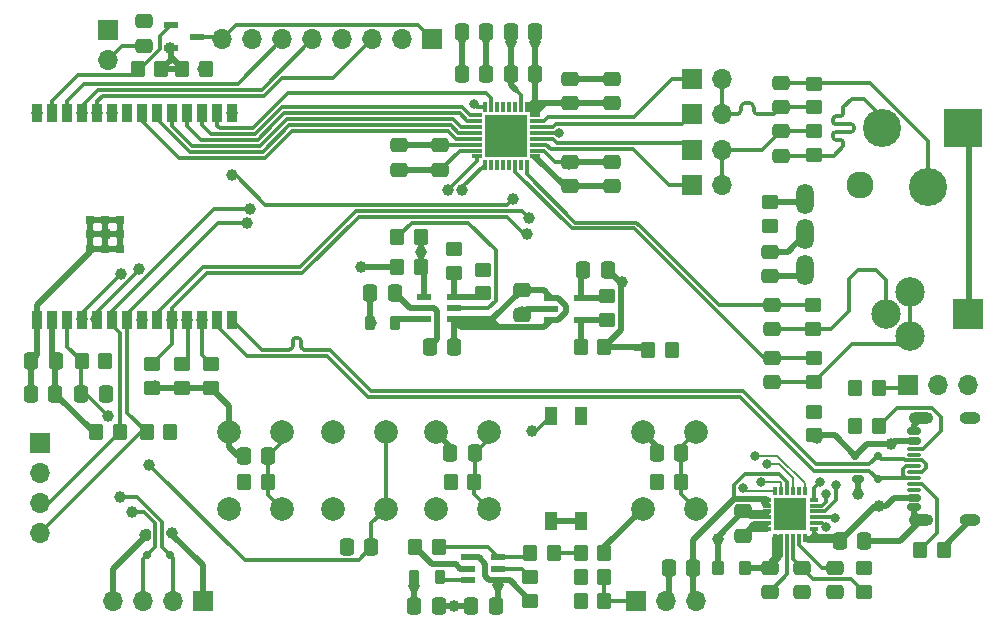
<source format=gbr>
%TF.GenerationSoftware,KiCad,Pcbnew,8.0.9-8.0.9-0~ubuntu24.04.1*%
%TF.CreationDate,2025-02-24T19:38:21+01:00*%
%TF.ProjectId,jack2bluetooth,6a61636b-3262-46c7-9565-746f6f74682e,v3.0*%
%TF.SameCoordinates,Original*%
%TF.FileFunction,Copper,L1,Top*%
%TF.FilePolarity,Positive*%
%FSLAX46Y46*%
G04 Gerber Fmt 4.6, Leading zero omitted, Abs format (unit mm)*
G04 Created by KiCad (PCBNEW 8.0.9-8.0.9-0~ubuntu24.04.1) date 2025-02-24 19:38:21*
%MOMM*%
%LPD*%
G01*
G04 APERTURE LIST*
G04 Aperture macros list*
%AMRoundRect*
0 Rectangle with rounded corners*
0 $1 Rounding radius*
0 $2 $3 $4 $5 $6 $7 $8 $9 X,Y pos of 4 corners*
0 Add a 4 corners polygon primitive as box body*
4,1,4,$2,$3,$4,$5,$6,$7,$8,$9,$2,$3,0*
0 Add four circle primitives for the rounded corners*
1,1,$1+$1,$2,$3*
1,1,$1+$1,$4,$5*
1,1,$1+$1,$6,$7*
1,1,$1+$1,$8,$9*
0 Add four rect primitives between the rounded corners*
20,1,$1+$1,$2,$3,$4,$5,0*
20,1,$1+$1,$4,$5,$6,$7,0*
20,1,$1+$1,$6,$7,$8,$9,0*
20,1,$1+$1,$8,$9,$2,$3,0*%
G04 Aperture macros list end*
%TA.AperFunction,SMDPad,CuDef*%
%ADD10RoundRect,0.250000X0.450000X-0.350000X0.450000X0.350000X-0.450000X0.350000X-0.450000X-0.350000X0*%
%TD*%
%TA.AperFunction,SMDPad,CuDef*%
%ADD11RoundRect,0.250000X0.275000X0.350000X-0.275000X0.350000X-0.275000X-0.350000X0.275000X-0.350000X0*%
%TD*%
%TA.AperFunction,SMDPad,CuDef*%
%ADD12RoundRect,0.250000X-0.350000X-0.450000X0.350000X-0.450000X0.350000X0.450000X-0.350000X0.450000X0*%
%TD*%
%TA.AperFunction,SMDPad,CuDef*%
%ADD13RoundRect,0.250000X0.337500X0.475000X-0.337500X0.475000X-0.337500X-0.475000X0.337500X-0.475000X0*%
%TD*%
%TA.AperFunction,SMDPad,CuDef*%
%ADD14R,0.850000X0.300000*%
%TD*%
%TA.AperFunction,SMDPad,CuDef*%
%ADD15R,0.300000X0.850000*%
%TD*%
%TA.AperFunction,SMDPad,CuDef*%
%ADD16R,3.550000X3.550000*%
%TD*%
%TA.AperFunction,SMDPad,CuDef*%
%ADD17RoundRect,0.250000X0.475000X-0.337500X0.475000X0.337500X-0.475000X0.337500X-0.475000X-0.337500X0*%
%TD*%
%TA.AperFunction,SMDPad,CuDef*%
%ADD18RoundRect,0.250000X-0.450000X0.350000X-0.450000X-0.350000X0.450000X-0.350000X0.450000X0.350000X0*%
%TD*%
%TA.AperFunction,ComponentPad*%
%ADD19R,1.700000X1.700000*%
%TD*%
%TA.AperFunction,ComponentPad*%
%ADD20O,1.700000X1.700000*%
%TD*%
%TA.AperFunction,SMDPad,CuDef*%
%ADD21R,1.150000X0.600000*%
%TD*%
%TA.AperFunction,SMDPad,CuDef*%
%ADD22RoundRect,0.250000X0.350000X0.450000X-0.350000X0.450000X-0.350000X-0.450000X0.350000X-0.450000X0*%
%TD*%
%TA.AperFunction,SMDPad,CuDef*%
%ADD23RoundRect,0.250000X-0.337500X-0.475000X0.337500X-0.475000X0.337500X0.475000X-0.337500X0.475000X0*%
%TD*%
%TA.AperFunction,SMDPad,CuDef*%
%ADD24RoundRect,0.250000X-0.475000X0.337500X-0.475000X-0.337500X0.475000X-0.337500X0.475000X0.337500X0*%
%TD*%
%TA.AperFunction,SMDPad,CuDef*%
%ADD25RoundRect,0.150000X0.425000X-0.150000X0.425000X0.150000X-0.425000X0.150000X-0.425000X-0.150000X0*%
%TD*%
%TA.AperFunction,SMDPad,CuDef*%
%ADD26RoundRect,0.075000X0.500000X-0.075000X0.500000X0.075000X-0.500000X0.075000X-0.500000X-0.075000X0*%
%TD*%
%TA.AperFunction,HeatsinkPad*%
%ADD27O,2.100000X1.000000*%
%TD*%
%TA.AperFunction,HeatsinkPad*%
%ADD28O,1.800000X1.000000*%
%TD*%
%TA.AperFunction,SMDPad,CuDef*%
%ADD29RoundRect,0.218750X-0.218750X-0.381250X0.218750X-0.381250X0.218750X0.381250X-0.218750X0.381250X0*%
%TD*%
%TA.AperFunction,ComponentPad*%
%ADD30R,3.225000X3.225000*%
%TD*%
%TA.AperFunction,ComponentPad*%
%ADD31C,3.225000*%
%TD*%
%TA.AperFunction,ComponentPad*%
%ADD32C,2.295000*%
%TD*%
%TA.AperFunction,SMDPad,CuDef*%
%ADD33R,1.100000X1.500000*%
%TD*%
%TA.AperFunction,SMDPad,CuDef*%
%ADD34R,1.250000X0.600000*%
%TD*%
%TA.AperFunction,SMDPad,CuDef*%
%ADD35RoundRect,0.175000X0.325000X-0.175000X0.325000X0.175000X-0.325000X0.175000X-0.325000X-0.175000X0*%
%TD*%
%TA.AperFunction,SMDPad,CuDef*%
%ADD36RoundRect,0.150000X0.150000X-0.200000X0.150000X0.200000X-0.150000X0.200000X-0.150000X-0.200000X0*%
%TD*%
%TA.AperFunction,SMDPad,CuDef*%
%ADD37R,0.800000X0.300000*%
%TD*%
%TA.AperFunction,SMDPad,CuDef*%
%ADD38R,0.300000X0.800000*%
%TD*%
%TA.AperFunction,SMDPad,CuDef*%
%ADD39R,2.800000X2.800000*%
%TD*%
%TA.AperFunction,ComponentPad*%
%ADD40C,2.000000*%
%TD*%
%TA.AperFunction,SMDPad,CuDef*%
%ADD41RoundRect,0.175000X-0.175000X-0.325000X0.175000X-0.325000X0.175000X0.325000X-0.175000X0.325000X0*%
%TD*%
%TA.AperFunction,SMDPad,CuDef*%
%ADD42RoundRect,0.150000X-0.200000X-0.150000X0.200000X-0.150000X0.200000X0.150000X-0.200000X0.150000X0*%
%TD*%
%TA.AperFunction,SMDPad,CuDef*%
%ADD43R,0.900000X1.500000*%
%TD*%
%TA.AperFunction,SMDPad,CuDef*%
%ADD44R,0.800000X0.800000*%
%TD*%
%TA.AperFunction,ComponentPad*%
%ADD45R,2.500000X2.550000*%
%TD*%
%TA.AperFunction,ComponentPad*%
%ADD46C,2.500000*%
%TD*%
%TA.AperFunction,SMDPad,CuDef*%
%ADD47R,1.200000X0.600000*%
%TD*%
%TA.AperFunction,ComponentPad*%
%ADD48O,1.500000X2.600000*%
%TD*%
%TA.AperFunction,ViaPad*%
%ADD49C,1.000000*%
%TD*%
%TA.AperFunction,ViaPad*%
%ADD50C,0.800000*%
%TD*%
%TA.AperFunction,Conductor*%
%ADD51C,0.500000*%
%TD*%
%TA.AperFunction,Conductor*%
%ADD52C,0.300000*%
%TD*%
%TA.AperFunction,Conductor*%
%ADD53C,0.200000*%
%TD*%
%TA.AperFunction,Conductor*%
%ADD54C,0.340000*%
%TD*%
G04 APERTURE END LIST*
D10*
%TO.P,R37,1*%
%TO.N,Net-(IC4-FB)*%
X196750000Y-124750000D03*
%TO.P,R37,2*%
%TO.N,BAT-*%
X196750000Y-122750000D03*
%TD*%
D11*
%TO.P,L1,1,1*%
%TO.N,/SW*%
X218900000Y-148000000D03*
%TO.P,L1,2,2*%
%TO.N,SYSTEM*%
X216600000Y-148000000D03*
%TD*%
D12*
%TO.P,R3,1*%
%TO.N,BAT-*%
X211500000Y-140750000D03*
%TO.P,R3,2*%
%TO.N,IO5*%
X213500000Y-140750000D03*
%TD*%
D13*
%TO.P,C7,1*%
%TO.N,+1V8*%
X197000000Y-106150000D03*
%TO.P,C7,2*%
%TO.N,BAT-*%
X194925000Y-106150000D03*
%TD*%
D14*
%TO.P,IC1,1,MCLK*%
%TO.N,IO19*%
X196230000Y-109650000D03*
%TO.P,IC1,2,BCLK*%
%TO.N,IO20*%
X196230000Y-110150000D03*
%TO.P,IC1,3,WCLK*%
%TO.N,IO21*%
X196230000Y-110650000D03*
%TO.P,IC1,4,DIN*%
%TO.N,IO22*%
X196230000Y-111150000D03*
%TO.P,IC1,5,DOUT*%
%TO.N,IO23*%
X196230000Y-111650000D03*
%TO.P,IC1,6,DVSS*%
%TO.N,BAT-*%
X196230000Y-112150000D03*
%TO.P,IC1,7,IOVDD*%
%TO.N,+3.3V*%
X196230000Y-112650000D03*
%TO.P,IC1,8,SCL*%
%TO.N,IO7*%
X196230000Y-113150000D03*
D15*
%TO.P,IC1,9,SDA*%
%TO.N,IO6*%
X196930000Y-113850000D03*
%TO.P,IC1,10,MIC1LP/LINE1LP*%
%TO.N,unconnected-(IC1-MIC1LP{slash}LINE1LP-Pad10)*%
X197430000Y-113850000D03*
%TO.P,IC1,11,MIC1LM/LINE1LM*%
%TO.N,unconnected-(IC1-MIC1LM{slash}LINE1LM-Pad11)*%
X197930000Y-113850000D03*
%TO.P,IC1,12,MIC1RP/LINE1RP*%
%TO.N,unconnected-(IC1-MIC1RP{slash}LINE1RP-Pad12)*%
X198430000Y-113850000D03*
%TO.P,IC1,13,MIC1RM/LINE1RM*%
%TO.N,unconnected-(IC1-MIC1RM{slash}LINE1RM-Pad13)*%
X198930000Y-113850000D03*
%TO.P,IC1,14,MIC2L/LINE2L/MICDET*%
%TO.N,LINE2L*%
X199430000Y-113850000D03*
%TO.P,IC1,15,MICBIAS*%
%TO.N,unconnected-(IC1-MICBIAS-Pad15)*%
X199930000Y-113850000D03*
%TO.P,IC1,16,MIC2R/LINE2R*%
%TO.N,LINE2R*%
X200430000Y-113850000D03*
D14*
%TO.P,IC1,17,AVSS1*%
%TO.N,GNDA*%
X201130000Y-113150000D03*
%TO.P,IC1,18,DRVDD_1*%
%TO.N,+3.3VA*%
X201130000Y-112650000D03*
%TO.P,IC1,19,HPLOUT*%
%TO.N,HPLOUT*%
X201130000Y-112150000D03*
%TO.P,IC1,20,HPLCOM*%
%TO.N,HPLCOM*%
X201130000Y-111650000D03*
%TO.P,IC1,21,DRVSS*%
%TO.N,GNDA*%
X201130000Y-111150000D03*
%TO.P,IC1,22,HPRCOM*%
%TO.N,HPRCOM*%
X201130000Y-110650000D03*
%TO.P,IC1,23,HPROUT*%
%TO.N,HPROUT*%
X201130000Y-110150000D03*
%TO.P,IC1,24,DRVDD_2*%
%TO.N,+3.3VA*%
X201130000Y-109650000D03*
D15*
%TO.P,IC1,25,AVDD*%
X200430000Y-108950000D03*
%TO.P,IC1,26,AVSS2*%
%TO.N,GNDA*%
X199930000Y-108950000D03*
%TO.P,IC1,27,LEFT_LOP*%
%TO.N,unconnected-(IC1-LEFT_LOP-Pad27)*%
X199430000Y-108950000D03*
%TO.P,IC1,28,LEFT_LOM*%
%TO.N,unconnected-(IC1-LEFT_LOM-Pad28)*%
X198930000Y-108950000D03*
%TO.P,IC1,29,RIGHT_LOP*%
%TO.N,unconnected-(IC1-RIGHT_LOP-Pad29)*%
X198430000Y-108950000D03*
%TO.P,IC1,30,RIGHT_LOM*%
%TO.N,unconnected-(IC1-RIGHT_LOM-Pad30)*%
X197930000Y-108950000D03*
%TO.P,IC1,31,~{RESET}*%
%TO.N,IO18*%
X197430000Y-108950000D03*
%TO.P,IC1,32,DVDD*%
%TO.N,+1V8*%
X196930000Y-108950000D03*
D16*
%TO.P,IC1,33,EP*%
%TO.N,GNDA*%
X198680000Y-111400000D03*
%TD*%
D13*
%TO.P,C32,1*%
%TO.N,SYSTEM*%
X194287500Y-129250000D03*
%TO.P,C32,2*%
%TO.N,BAT-*%
X192212500Y-129250000D03*
%TD*%
D17*
%TO.P,C8,1*%
%TO.N,jack25_right*%
X221250000Y-127787500D03*
%TO.P,C8,2*%
%TO.N,LINE2R*%
X221250000Y-125712500D03*
%TD*%
%TO.P,C18,1*%
%TO.N,+3.3VA*%
X207630000Y-108650000D03*
%TO.P,C18,2*%
%TO.N,GNDA*%
X207630000Y-106575000D03*
%TD*%
D18*
%TO.P,R10,1*%
%TO.N,LINE2L*%
X224750000Y-130250000D03*
%TO.P,R10,2*%
%TO.N,jack25_left*%
X224750000Y-132250000D03*
%TD*%
D13*
%TO.P,C4,1*%
%TO.N,+1V8*%
X197000000Y-102650000D03*
%TO.P,C4,2*%
%TO.N,BAT-*%
X194925000Y-102650000D03*
%TD*%
D18*
%TO.P,R9,1*%
%TO.N,LINE2R*%
X224712500Y-125750000D03*
%TO.P,R9,2*%
%TO.N,jack25_right*%
X224712500Y-127750000D03*
%TD*%
D19*
%TO.P,JP5,1,A*%
%TO.N,HPLOUT*%
X214400000Y-115600000D03*
D20*
%TO.P,JP5,2,B*%
%TO.N,Net-(JP4-B)*%
X216940000Y-115600000D03*
%TD*%
D21*
%TO.P,Q1,1,G*%
%TO.N,IO2*%
X170300000Y-102040000D03*
%TO.P,Q1,2,S*%
%TO.N,+3.3V*%
X170300000Y-103960000D03*
%TO.P,Q1,3,D*%
%TO.N,lcd_blk*%
X172500000Y-103000000D03*
%TD*%
D22*
%TO.P,R39,1*%
%TO.N,Net-(R38-Pad2)*%
X202750000Y-146750000D03*
%TO.P,R39,2*%
%TO.N,Net-(IC5-FB)*%
X200750000Y-146750000D03*
%TD*%
D23*
%TO.P,C30,1*%
%TO.N,mcu_enable*%
X162712500Y-133250000D03*
%TO.P,C30,2*%
%TO.N,BAT-*%
X164787500Y-133250000D03*
%TD*%
D17*
%TO.P,C9,1*%
%TO.N,jack25_left*%
X221250000Y-132287500D03*
%TO.P,C9,2*%
%TO.N,LINE2L*%
X221250000Y-130212500D03*
%TD*%
%TO.P,C16,1*%
%TO.N,BAT-*%
X223750000Y-150037500D03*
%TO.P,C16,2*%
%TO.N,REGN*%
X223750000Y-147962500D03*
%TD*%
D10*
%TO.P,R4,1*%
%TO.N,VCC*%
X224750000Y-136750000D03*
%TO.P,R4,2*%
%TO.N,Net-(D1-A)*%
X224750000Y-134750000D03*
%TD*%
D17*
%TO.P,C14,1*%
%TO.N,+3.3VA*%
X204130000Y-108650000D03*
%TO.P,C14,2*%
%TO.N,GNDA*%
X204130000Y-106575000D03*
%TD*%
D13*
%TO.P,C33,1*%
%TO.N,SYSTEM*%
X197825000Y-151250000D03*
%TO.P,C33,2*%
%TO.N,BAT-*%
X195750000Y-151250000D03*
%TD*%
D17*
%TO.P,C11,1*%
%TO.N,nQON*%
X168000000Y-103787500D03*
%TO.P,C11,2*%
%TO.N,BAT-*%
X168000000Y-101712500D03*
%TD*%
D12*
%TO.P,R1,1*%
%TO.N,BAT-*%
X176500000Y-140750000D03*
%TO.P,R1,2*%
%TO.N,IO4*%
X178500000Y-140750000D03*
%TD*%
D17*
%TO.P,C26,1*%
%TO.N,BAT-*%
X218750000Y-145287500D03*
%TO.P,C26,2*%
%TO.N,SYSTEM*%
X218750000Y-143212500D03*
%TD*%
D24*
%TO.P,C21,1*%
%TO.N,Net-(JP4-B)*%
X222000000Y-111000000D03*
%TO.P,C21,2*%
%TO.N,jack35_left*%
X222000000Y-113075000D03*
%TD*%
D22*
%TO.P,R14,1*%
%TO.N,BATTS*%
X207000000Y-150750000D03*
%TO.P,R14,2*%
%TO.N,BAT-*%
X205000000Y-150750000D03*
%TD*%
D12*
%TO.P,R23,1*%
%TO.N,GNDA*%
X210750000Y-129500000D03*
%TO.P,R23,2*%
%TO.N,BAT-*%
X212750000Y-129500000D03*
%TD*%
D22*
%TO.P,R38,1*%
%TO.N,+3.3V*%
X207000000Y-146750000D03*
%TO.P,R38,2*%
%TO.N,Net-(R38-Pad2)*%
X205000000Y-146750000D03*
%TD*%
D24*
%TO.P,C25,1*%
%TO.N,IO1*%
X221000000Y-121212500D03*
%TO.P,C25,2*%
%TO.N,BAT-*%
X221000000Y-123287500D03*
%TD*%
D25*
%TO.P,J2,A1,GND*%
%TO.N,BAT-*%
X233245000Y-142840000D03*
%TO.P,J2,A4,VBUS*%
%TO.N,VCC*%
X233245000Y-142040000D03*
D26*
%TO.P,J2,A5,CC1*%
%TO.N,Net-(J2-CC1)*%
X233245000Y-140890000D03*
%TO.P,J2,A6,D+*%
%TO.N,USB_DP*%
X233245000Y-139890000D03*
%TO.P,J2,A7,D-*%
%TO.N,USB_DN*%
X233245000Y-139390000D03*
%TO.P,J2,A8,SBU1*%
%TO.N,unconnected-(J2-SBU1-PadA8)*%
X233245000Y-138390000D03*
D25*
%TO.P,J2,A9,VBUS*%
%TO.N,VCC*%
X233245000Y-137240000D03*
%TO.P,J2,A12,GND*%
%TO.N,BAT-*%
X233245000Y-136440000D03*
%TO.P,J2,B1,GND*%
X233245000Y-136440000D03*
%TO.P,J2,B4,VBUS*%
%TO.N,VCC*%
X233245000Y-137240000D03*
D26*
%TO.P,J2,B5,CC2*%
%TO.N,Net-(J2-CC2)*%
X233245000Y-137890000D03*
%TO.P,J2,B6,D+*%
%TO.N,USB_DP*%
X233245000Y-138890000D03*
%TO.P,J2,B7,D-*%
%TO.N,USB_DN*%
X233245000Y-140390000D03*
%TO.P,J2,B8,SBU2*%
%TO.N,unconnected-(J2-SBU2-PadB8)*%
X233245000Y-141390000D03*
D25*
%TO.P,J2,B9,VBUS*%
%TO.N,VCC*%
X233245000Y-142040000D03*
%TO.P,J2,B12,GND*%
%TO.N,BAT-*%
X233245000Y-142840000D03*
D27*
%TO.P,J2,S1,SHIELD*%
X233820000Y-143960000D03*
D28*
X238000000Y-143960000D03*
D27*
X233820000Y-135320000D03*
D28*
X238000000Y-135320000D03*
%TD*%
D23*
%TO.P,C3,1*%
%TO.N,+3.3V*%
X211462500Y-138250000D03*
%TO.P,C3,2*%
%TO.N,IO5*%
X213537500Y-138250000D03*
%TD*%
D24*
%TO.P,C19,1*%
%TO.N,+3.3VA*%
X207630000Y-113612500D03*
%TO.P,C19,2*%
%TO.N,GNDA*%
X207630000Y-115687500D03*
%TD*%
D10*
%TO.P,R15,1*%
%TO.N,REGN*%
X229000000Y-150000000D03*
%TO.P,R15,2*%
%TO.N,Net-(IC2-PMID_GOOD)*%
X229000000Y-148000000D03*
%TD*%
D29*
%TO.P,L3,1,1*%
%TO.N,+3.3V*%
X190937500Y-148750000D03*
%TO.P,L3,2,2*%
%TO.N,/3V3_SW*%
X193062500Y-148750000D03*
%TD*%
D22*
%TO.P,R6,1*%
%TO.N,BAT-*%
X235750000Y-146500000D03*
%TO.P,R6,2*%
%TO.N,Net-(J2-CC1)*%
X233750000Y-146500000D03*
%TD*%
D30*
%TO.P,J4,1,1*%
%TO.N,GNDA*%
X237350000Y-110750000D03*
D31*
%TO.P,J4,2,2*%
%TO.N,jack35_left*%
X230550000Y-110750000D03*
%TO.P,J4,3,3*%
%TO.N,jack35_right*%
X234450000Y-115750000D03*
D32*
%TO.P,J4,4,4*%
%TO.N,unconnected-(J4-Pad4)*%
X228650000Y-115550000D03*
%TD*%
D23*
%TO.P,C37,1*%
%TO.N,+3.3V*%
X190925000Y-151250000D03*
%TO.P,C37,2*%
%TO.N,BAT-*%
X193000000Y-151250000D03*
%TD*%
D17*
%TO.P,C6,1*%
%TO.N,+3.3V*%
X193130000Y-114287500D03*
%TO.P,C6,2*%
%TO.N,BAT-*%
X193130000Y-112212500D03*
%TD*%
D13*
%TO.P,C12,1*%
%TO.N,+3.3VA*%
X201167500Y-106150000D03*
%TO.P,C12,2*%
%TO.N,GNDA*%
X199092500Y-106150000D03*
%TD*%
D22*
%TO.P,R5,1*%
%TO.N,Net-(J2-CC2)*%
X230250000Y-136000000D03*
%TO.P,R5,2*%
%TO.N,BAT-*%
X228250000Y-136000000D03*
%TD*%
D12*
%TO.P,R19,1*%
%TO.N,IO7*%
X168250000Y-136500000D03*
%TO.P,R19,2*%
%TO.N,+3.3V*%
X170250000Y-136500000D03*
%TD*%
D33*
%TO.P,IC6,1,COM_1*%
%TO.N,IO9*%
X205040000Y-135100000D03*
%TO.P,IC6,2,COM_2*%
%TO.N,IO8*%
X202500000Y-135100000D03*
%TO.P,IC6,3,NO_2*%
%TO.N,BAT-*%
X202500000Y-144000000D03*
%TO.P,IC6,4,NO_1*%
X205040000Y-144000000D03*
%TD*%
D18*
%TO.P,R36,1*%
%TO.N,+1V8*%
X194250000Y-121000000D03*
%TO.P,R36,2*%
%TO.N,Net-(IC4-FB)*%
X194250000Y-123000000D03*
%TD*%
D22*
%TO.P,R11,1*%
%TO.N,SYSTEM*%
X191500000Y-122500000D03*
%TO.P,R11,2*%
%TO.N,Net-(D8-A)*%
X189500000Y-122500000D03*
%TD*%
D19*
%TO.P,JP3,1,A*%
%TO.N,HPRCOM*%
X214400000Y-109600000D03*
D20*
%TO.P,JP3,2,B*%
%TO.N,Net-(JP2-B)*%
X216940000Y-109600000D03*
%TD*%
D34*
%TO.P,IC4,1,EN*%
%TO.N,SYSTEM*%
X191750000Y-125050000D03*
%TO.P,IC4,2,GND*%
%TO.N,BAT-*%
X191750000Y-126000000D03*
%TO.P,IC4,3,SW*%
%TO.N,/1V8_SW*%
X191750000Y-126950000D03*
%TO.P,IC4,4,VIN*%
%TO.N,SYSTEM*%
X194250000Y-126950000D03*
%TO.P,IC4,5,PG*%
%TO.N,Net-(IC4-PG)*%
X194250000Y-126000000D03*
%TO.P,IC4,6,FB*%
%TO.N,Net-(IC4-FB)*%
X194250000Y-125050000D03*
%TD*%
D35*
%TO.P,D5,1,GND*%
%TO.N,BAT-*%
X228450000Y-140500000D03*
D36*
%TO.P,D5,2,I/O1*%
%TO.N,USB_DN*%
X230150000Y-140500000D03*
%TO.P,D5,3,I/O2*%
%TO.N,USB_DP*%
X230150000Y-138500000D03*
%TO.P,D5,4,VCC*%
%TO.N,VCC*%
X228250000Y-138500000D03*
%TD*%
D17*
%TO.P,C20,1*%
%TO.N,Net-(JP2-B)*%
X222000000Y-109000000D03*
%TO.P,C20,2*%
%TO.N,jack35_right*%
X222000000Y-106925000D03*
%TD*%
D22*
%TO.P,R40,1*%
%TO.N,Net-(IC5-FB)*%
X193000000Y-146250000D03*
%TO.P,R40,2*%
%TO.N,BAT-*%
X191000000Y-146250000D03*
%TD*%
D29*
%TO.P,L2,1,1*%
%TO.N,+1V8*%
X187187500Y-127250000D03*
%TO.P,L2,2,2*%
%TO.N,/1V8_SW*%
X189312500Y-127250000D03*
%TD*%
D19*
%TO.P,JP4,1,A*%
%TO.N,HPLCOM*%
X214400000Y-112600000D03*
D20*
%TO.P,JP4,2,B*%
%TO.N,Net-(JP4-B)*%
X216940000Y-112600000D03*
%TD*%
D23*
%TO.P,C17,1*%
%TO.N,VCC*%
X226962500Y-145712500D03*
%TO.P,C17,2*%
%TO.N,BAT-*%
X229037500Y-145712500D03*
%TD*%
D37*
%TO.P,IC2,1,VAC*%
%TO.N,VCC*%
X224750000Y-144712500D03*
%TO.P,IC2,2,PSEL*%
%TO.N,PSEL*%
X224750000Y-144212500D03*
%TO.P,IC2,3,PMID_GOOD*%
%TO.N,Net-(IC2-PMID_GOOD)*%
X224750000Y-143712500D03*
%TO.P,IC2,4,STAT*%
%TO.N,STAT*%
X224750000Y-143212500D03*
%TO.P,IC2,5,SCL*%
%TO.N,IO7*%
X224750000Y-142712500D03*
%TO.P,IC2,6,SDA*%
%TO.N,IO6*%
X224750000Y-142212500D03*
D38*
%TO.P,IC2,7,/INT*%
%TO.N,IO10*%
X224000000Y-141462500D03*
%TO.P,IC2,8,NC*%
%TO.N,unconnected-(IC2-NC-Pad8)*%
X223500000Y-141462500D03*
%TO.P,IC2,9,/CE*%
%TO.N,IO11*%
X223000000Y-141462500D03*
%TO.P,IC2,10,BATSNS*%
%TO.N,BAT+*%
X222500000Y-141462500D03*
%TO.P,IC2,11,TS*%
%TO.N,BATTS*%
X222000000Y-141462500D03*
%TO.P,IC2,12,/QON*%
%TO.N,nQON*%
X221500000Y-141462500D03*
D37*
%TO.P,IC2,13,BAT_1*%
%TO.N,BAT+*%
X220750000Y-142212500D03*
%TO.P,IC2,14,BAT_2*%
X220750000Y-142712500D03*
%TO.P,IC2,15,SYS_1*%
%TO.N,SYSTEM*%
X220750000Y-143212500D03*
%TO.P,IC2,16,SYS_2*%
X220750000Y-143712500D03*
%TO.P,IC2,17,PGND_1*%
%TO.N,BAT-*%
X220750000Y-144212500D03*
%TO.P,IC2,18,PGND_2*%
X220750000Y-144712500D03*
D38*
%TO.P,IC2,19,SW_1*%
%TO.N,/SW*%
X221500000Y-145462500D03*
%TO.P,IC2,20,SW_2*%
X222000000Y-145462500D03*
%TO.P,IC2,21,BTST*%
%TO.N,/BTST*%
X222500000Y-145462500D03*
%TO.P,IC2,22,REGN*%
%TO.N,REGN*%
X223000000Y-145462500D03*
%TO.P,IC2,23,PMID*%
%TO.N,Net-(IC2-PMID)*%
X223500000Y-145462500D03*
%TO.P,IC2,24,VBUS*%
%TO.N,VCC*%
X224000000Y-145462500D03*
D39*
%TO.P,IC2,25,EP*%
%TO.N,BAT-*%
X222750000Y-143462500D03*
%TD*%
D19*
%TO.P,JP1,1,A*%
%TO.N,Net-(JP1-A)*%
X232725000Y-132500000D03*
D20*
%TO.P,JP1,2,C*%
%TO.N,PSEL*%
X235265000Y-132500000D03*
%TO.P,JP1,3,B*%
%TO.N,BAT-*%
X237805000Y-132500000D03*
%TD*%
D19*
%TO.P,JP2,1,A*%
%TO.N,HPROUT*%
X214400000Y-106600000D03*
D20*
%TO.P,JP2,2,B*%
%TO.N,Net-(JP2-B)*%
X216940000Y-106600000D03*
%TD*%
D18*
%TO.P,R16,1*%
%TO.N,jack35_right*%
X224750000Y-107000000D03*
%TO.P,R16,2*%
%TO.N,Net-(JP2-B)*%
X224750000Y-109000000D03*
%TD*%
D40*
%TO.P,SW6,1,1*%
%TO.N,BAT-*%
X184000000Y-143000000D03*
X184000000Y-136500000D03*
%TO.P,SW6,2,2*%
%TO.N,mcu_enable*%
X188500000Y-143000000D03*
X188500000Y-136500000D03*
%TD*%
D18*
%TO.P,R25,1*%
%TO.N,+3.3VA*%
X207250000Y-125000000D03*
%TO.P,R25,2*%
%TO.N,Net-(U1-FB)*%
X207250000Y-127000000D03*
%TD*%
D13*
%TO.P,C13,1*%
%TO.N,+3.3VA*%
X201167500Y-102650000D03*
%TO.P,C13,2*%
%TO.N,GNDA*%
X199092500Y-102650000D03*
%TD*%
%TO.P,C27,1*%
%TO.N,+3.3V*%
X160575000Y-130500000D03*
%TO.P,C27,2*%
%TO.N,BAT-*%
X158500000Y-130500000D03*
%TD*%
D18*
%TO.P,R35,1*%
%TO.N,Net-(IC5-PG)*%
X200750000Y-148750000D03*
%TO.P,R35,2*%
%TO.N,SYSTEM*%
X200750000Y-150750000D03*
%TD*%
D12*
%TO.P,R13,1*%
%TO.N,REGN*%
X205000000Y-148750000D03*
%TO.P,R13,2*%
%TO.N,BATTS*%
X207000000Y-148750000D03*
%TD*%
%TO.P,R26,1*%
%TO.N,Net-(U1-FB)*%
X205010000Y-129250000D03*
%TO.P,R26,2*%
%TO.N,GNDA*%
X207010000Y-129250000D03*
%TD*%
%TO.P,R2,1*%
%TO.N,BAT-*%
X194000000Y-140750000D03*
%TO.P,R2,2*%
%TO.N,IO0*%
X196000000Y-140750000D03*
%TD*%
D19*
%TO.P,J3,1,Pin_1*%
%TO.N,VCC*%
X173000000Y-150750000D03*
D20*
%TO.P,J3,2,Pin_2*%
%TO.N,IO16*%
X170460000Y-150750000D03*
%TO.P,J3,3,Pin_3*%
%TO.N,IO17*%
X167920000Y-150750000D03*
%TO.P,J3,4,Pin_4*%
%TO.N,BAT-*%
X165380000Y-150750000D03*
%TD*%
D19*
%TO.P,J6,1,Pin_1*%
%TO.N,IO4*%
X159250000Y-137420000D03*
D20*
%TO.P,J6,2,Pin_2*%
%TO.N,IO5*%
X159250000Y-139960000D03*
%TO.P,J6,3,Pin_3*%
%TO.N,IO6*%
X159250000Y-142500000D03*
%TO.P,J6,4,Pin_4*%
%TO.N,IO7*%
X159250000Y-145040000D03*
%TD*%
D12*
%TO.P,R33,1*%
%TO.N,Net-(IC4-PG)*%
X189500000Y-120000000D03*
%TO.P,R33,2*%
%TO.N,SYSTEM*%
X191500000Y-120000000D03*
%TD*%
D22*
%TO.P,R24,1*%
%TO.N,+3.3V*%
X164750000Y-130500000D03*
%TO.P,R24,2*%
%TO.N,mcu_enable*%
X162750000Y-130500000D03*
%TD*%
D34*
%TO.P,IC5,1,EN*%
%TO.N,SYSTEM*%
X195500000Y-147100000D03*
%TO.P,IC5,2,GND*%
%TO.N,BAT-*%
X195500000Y-148050000D03*
%TO.P,IC5,3,SW*%
%TO.N,/3V3_SW*%
X195500000Y-149000000D03*
%TO.P,IC5,4,VIN*%
%TO.N,SYSTEM*%
X198000000Y-149000000D03*
%TO.P,IC5,5,PG*%
%TO.N,Net-(IC5-PG)*%
X198000000Y-148050000D03*
%TO.P,IC5,6,FB*%
%TO.N,Net-(IC5-FB)*%
X198000000Y-147100000D03*
%TD*%
D41*
%TO.P,D6,1,GND*%
%TO.N,BAT-*%
X168250000Y-145200000D03*
D42*
%TO.P,D6,2,I/O1*%
%TO.N,IO17*%
X168250000Y-146900000D03*
%TO.P,D6,3,I/O2*%
%TO.N,IO16*%
X170250000Y-146900000D03*
%TO.P,D6,4,VCC*%
%TO.N,VCC*%
X170250000Y-145000000D03*
%TD*%
D10*
%TO.P,R17,1*%
%TO.N,jack35_left*%
X224750000Y-113037500D03*
%TO.P,R17,2*%
%TO.N,Net-(JP4-B)*%
X224750000Y-111037500D03*
%TD*%
D23*
%TO.P,C1,1*%
%TO.N,+3.3V*%
X176462500Y-138500000D03*
%TO.P,C1,2*%
%TO.N,IO4*%
X178537500Y-138500000D03*
%TD*%
D13*
%TO.P,C29,1*%
%TO.N,mcu_enable*%
X187287500Y-146250000D03*
%TO.P,C29,2*%
%TO.N,BAT-*%
X185212500Y-146250000D03*
%TD*%
D23*
%TO.P,C2,1*%
%TO.N,+3.3V*%
X193962500Y-138250000D03*
%TO.P,C2,2*%
%TO.N,IO0*%
X196037500Y-138250000D03*
%TD*%
D43*
%TO.P,IC3,1,GND_1*%
%TO.N,BAT-*%
X159000000Y-127000000D03*
%TO.P,IC3,2,3V3*%
%TO.N,+3.3V*%
X160270000Y-127000000D03*
%TO.P,IC3,3,EN*%
%TO.N,mcu_enable*%
X161540000Y-127000000D03*
%TO.P,IC3,4,IO4*%
%TO.N,IO4*%
X162810000Y-127000000D03*
%TO.P,IC3,5,IO5*%
%TO.N,IO5*%
X164080000Y-127000000D03*
%TO.P,IC3,6,IO6*%
%TO.N,IO6*%
X165350000Y-127000000D03*
%TO.P,IC3,7,IO7*%
%TO.N,IO7*%
X166620000Y-127000000D03*
%TO.P,IC3,8,IO0*%
%TO.N,IO0*%
X167890000Y-127000000D03*
%TO.P,IC3,9,IO1*%
%TO.N,IO1*%
X169160000Y-127000000D03*
%TO.P,IC3,10,IO8*%
%TO.N,IO8*%
X170430000Y-127000000D03*
%TO.P,IC3,11,IO10*%
%TO.N,IO10*%
X171700000Y-127000000D03*
%TO.P,IC3,12,IO11*%
%TO.N,IO11*%
X172970000Y-127000000D03*
%TO.P,IC3,13,IO12*%
%TO.N,USB_DN*%
X174240000Y-127000000D03*
%TO.P,IC3,14,IO13*%
%TO.N,USB_DP*%
X175510000Y-127000000D03*
%TO.P,IC3,15,IO9*%
%TO.N,IO9*%
X175510000Y-109500000D03*
%TO.P,IC3,16,IO18*%
%TO.N,IO18*%
X174240000Y-109500000D03*
%TO.P,IC3,17,IO19*%
%TO.N,IO19*%
X172970000Y-109500000D03*
%TO.P,IC3,18,IO20*%
%TO.N,IO20*%
X171700000Y-109500000D03*
%TO.P,IC3,19,IO21*%
%TO.N,IO21*%
X170430000Y-109500000D03*
%TO.P,IC3,20,IO22*%
%TO.N,IO22*%
X169160000Y-109500000D03*
%TO.P,IC3,21,IO23*%
%TO.N,IO23*%
X167890000Y-109500000D03*
%TO.P,IC3,22,NC*%
%TO.N,unconnected-(IC3-NC-Pad22)*%
X166620000Y-109500000D03*
%TO.P,IC3,23,IO15*%
%TO.N,IO15*%
X165350000Y-109500000D03*
%TO.P,IC3,24,RXD0*%
%TO.N,IO17*%
X164080000Y-109500000D03*
%TO.P,IC3,25,TXD0*%
%TO.N,IO16*%
X162810000Y-109500000D03*
%TO.P,IC3,26,IO3*%
%TO.N,IO3*%
X161540000Y-109500000D03*
%TO.P,IC3,27,IO2*%
%TO.N,IO2*%
X160270000Y-109500000D03*
%TO.P,IC3,28,GND_2*%
%TO.N,BAT-*%
X159000000Y-109500000D03*
D44*
%TO.P,IC3,29,GND_3*%
X164720000Y-119755000D03*
%TO.P,IC3,30,GND_4*%
X163470000Y-121005000D03*
%TO.P,IC3,31,GND_5*%
X164720000Y-121005000D03*
%TO.P,IC3,32,GND_6*%
X165970000Y-121005000D03*
%TO.P,IC3,33,GND_7*%
X165970000Y-119755000D03*
%TO.P,IC3,34,GND_8*%
X165970000Y-118505000D03*
%TO.P,IC3,35,GND_9*%
X164720000Y-118505000D03*
%TO.P,IC3,36,GND_10*%
X163470000Y-118505000D03*
%TO.P,IC3,37,GND_11*%
X163470000Y-119755000D03*
%TD*%
D17*
%TO.P,C22,1*%
%TO.N,BAT-*%
X226500000Y-150037500D03*
%TO.P,C22,2*%
%TO.N,Net-(IC2-PMID)*%
X226500000Y-147962500D03*
%TD*%
D18*
%TO.P,R29,1*%
%TO.N,IO11*%
X173750000Y-130750000D03*
%TO.P,R29,2*%
%TO.N,+3.3V*%
X173750000Y-132750000D03*
%TD*%
D23*
%TO.P,C36,1*%
%TO.N,+1V8*%
X187212500Y-124750000D03*
%TO.P,C36,2*%
%TO.N,BAT-*%
X189287500Y-124750000D03*
%TD*%
D17*
%TO.P,C23,1*%
%TO.N,/BTST*%
X221000000Y-150037500D03*
%TO.P,C23,2*%
%TO.N,/SW*%
X221000000Y-147962500D03*
%TD*%
D18*
%TO.P,R21,1*%
%TO.N,IO8*%
X168750000Y-130750000D03*
%TO.P,R21,2*%
%TO.N,+3.3V*%
X168750000Y-132750000D03*
%TD*%
D22*
%TO.P,R18,1*%
%TO.N,IO9*%
X173250000Y-105750000D03*
%TO.P,R18,2*%
%TO.N,+3.3V*%
X171250000Y-105750000D03*
%TD*%
D18*
%TO.P,R32,1*%
%TO.N,IO10*%
X171250000Y-130750000D03*
%TO.P,R32,2*%
%TO.N,+3.3V*%
X171250000Y-132750000D03*
%TD*%
D12*
%TO.P,R34,1*%
%TO.N,IO2*%
X167500000Y-105750000D03*
%TO.P,R34,2*%
%TO.N,+3.3V*%
X169500000Y-105750000D03*
%TD*%
D24*
%TO.P,C28,1*%
%TO.N,SYSTEM*%
X200000000Y-124462500D03*
%TO.P,C28,2*%
%TO.N,BAT-*%
X200000000Y-126537500D03*
%TD*%
D13*
%TO.P,C10,1*%
%TO.N,BAT+*%
X214537500Y-148000000D03*
%TO.P,C10,2*%
%TO.N,BAT-*%
X212462500Y-148000000D03*
%TD*%
D17*
%TO.P,C5,1*%
%TO.N,+3.3V*%
X189630000Y-114287500D03*
%TO.P,C5,2*%
%TO.N,BAT-*%
X189630000Y-112212500D03*
%TD*%
D22*
%TO.P,R20,1*%
%TO.N,IO6*%
X166000000Y-136500000D03*
%TO.P,R20,2*%
%TO.N,+3.3V*%
X164000000Y-136500000D03*
%TD*%
D45*
%TO.P,J1,1,SLEEVE*%
%TO.N,GNDA*%
X237775000Y-126500000D03*
D46*
%TO.P,J1,2,TIP_1*%
%TO.N,jack25_left*%
X232875000Y-124650000D03*
%TO.P,J1,3,TIP_2*%
X232875000Y-128350000D03*
%TO.P,J1,4,RING*%
%TO.N,jack25_right*%
X230875000Y-126500000D03*
%TD*%
D47*
%TO.P,U1,1,IN*%
%TO.N,SYSTEM*%
X202500000Y-125100000D03*
%TO.P,U1,2,GND*%
%TO.N,BAT-*%
X202500000Y-126050000D03*
%TO.P,U1,3,EN*%
%TO.N,SYSTEM*%
X202500000Y-127000000D03*
%TO.P,U1,4,FB*%
%TO.N,Net-(U1-FB)*%
X205000000Y-127000000D03*
%TO.P,U1,5,OUT*%
%TO.N,+3.3VA*%
X205000000Y-125100000D03*
%TD*%
D24*
%TO.P,C15,1*%
%TO.N,+3.3VA*%
X204130000Y-113612500D03*
%TO.P,C15,2*%
%TO.N,GNDA*%
X204130000Y-115687500D03*
%TD*%
D12*
%TO.P,R12,1*%
%TO.N,REGN*%
X228250000Y-132750000D03*
%TO.P,R12,2*%
%TO.N,Net-(JP1-A)*%
X230250000Y-132750000D03*
%TD*%
D18*
%TO.P,R22,1*%
%TO.N,Net-(SW5-A)*%
X221000000Y-117000000D03*
%TO.P,R22,2*%
%TO.N,+3.3V*%
X221000000Y-119000000D03*
%TD*%
D23*
%TO.P,C31,1*%
%TO.N,+3.3VA*%
X205212500Y-122750000D03*
%TO.P,C31,2*%
%TO.N,GNDA*%
X207287500Y-122750000D03*
%TD*%
D13*
%TO.P,C24,1*%
%TO.N,+3.3V*%
X160537500Y-133250000D03*
%TO.P,C24,2*%
%TO.N,BAT-*%
X158462500Y-133250000D03*
%TD*%
D19*
%TO.P,J9,1,Pin_1*%
%TO.N,lcd_blk*%
X192410000Y-103250000D03*
D20*
%TO.P,J9,2,Pin_2*%
%TO.N,BAT-*%
X189870000Y-103250000D03*
%TO.P,J9,3,Pin_3*%
%TO.N,IO17*%
X187330000Y-103250000D03*
%TO.P,J9,4,Pin_4*%
%TO.N,IO15*%
X184790000Y-103250000D03*
%TO.P,J9,5,Pin_5*%
%TO.N,IO16*%
X182250000Y-103250000D03*
%TO.P,J9,6,Pin_6*%
%TO.N,IO3*%
X179710000Y-103250000D03*
%TO.P,J9,7,Pin_7*%
%TO.N,BAT-*%
X177170000Y-103250000D03*
%TO.P,J9,8,Pin_8*%
%TO.N,lcd_blk*%
X174630000Y-103250000D03*
%TD*%
D40*
%TO.P,SW1,1,1*%
%TO.N,IO4*%
X179750000Y-143000000D03*
X179750000Y-136500000D03*
%TO.P,SW1,2,2*%
%TO.N,+3.3V*%
X175250000Y-143000000D03*
X175250000Y-136500000D03*
%TD*%
D48*
%TO.P,SW5,1,A*%
%TO.N,Net-(SW5-A)*%
X224000000Y-116750000D03*
%TO.P,SW5,2,B*%
%TO.N,IO1*%
X224000000Y-119750000D03*
%TO.P,SW5,3,C*%
%TO.N,BAT-*%
X224000000Y-122750000D03*
%TD*%
D19*
%TO.P,J5,1,Pin_1*%
%TO.N,BATTS*%
X209725000Y-150800000D03*
D20*
%TO.P,J5,2,Pin_2*%
%TO.N,BAT-*%
X212265000Y-150800000D03*
%TO.P,J5,3,Pin_3*%
%TO.N,BAT+*%
X214805000Y-150800000D03*
%TD*%
D19*
%TO.P,J7,1,Pin_1*%
%TO.N,BAT-*%
X165000000Y-102460000D03*
D20*
%TO.P,J7,2,Pin_2*%
%TO.N,nQON*%
X165000000Y-105000000D03*
%TD*%
D40*
%TO.P,SW3,1,1*%
%TO.N,IO5*%
X214750000Y-143000000D03*
X214750000Y-136500000D03*
%TO.P,SW3,2,2*%
%TO.N,+3.3V*%
X210250000Y-143000000D03*
X210250000Y-136500000D03*
%TD*%
%TO.P,SW2,1,1*%
%TO.N,IO0*%
X197250000Y-143000000D03*
X197250000Y-136500000D03*
%TO.P,SW2,2,2*%
%TO.N,+3.3V*%
X192750000Y-143000000D03*
X192750000Y-136500000D03*
%TD*%
D49*
%TO.N,IO8*%
X200875000Y-136375000D03*
X200500000Y-119750000D03*
X170430000Y-127000000D03*
%TO.N,IO9*%
X173000000Y-105750000D03*
X199250000Y-116750000D03*
X205040000Y-135100000D03*
X175500000Y-114750000D03*
X175510000Y-109500000D03*
D50*
%TO.N,IO11*%
X220750000Y-139200000D03*
D49*
X172970000Y-127000000D03*
D50*
%TO.N,IO10*%
X219750000Y-138500000D03*
D49*
X171700000Y-127000000D03*
%TO.N,IO4*%
X162749365Y-126939365D03*
X166098959Y-123098959D03*
%TO.N,IO5*%
X167648959Y-122648959D03*
X163985406Y-126905406D03*
%TO.N,IO0*%
X167890000Y-127000000D03*
%TO.N,IO7*%
X193750000Y-116000000D03*
X176745066Y-118772852D03*
D50*
X225750000Y-141750000D03*
D49*
%TO.N,IO1*%
X200625000Y-118375000D03*
%TO.N,IO6*%
X195000000Y-116000000D03*
D50*
X225250000Y-140750000D03*
D49*
X176998335Y-117599882D03*
%TO.N,IO17*%
X167000000Y-143250000D03*
X164080000Y-109500000D03*
%TO.N,IO16*%
X166000000Y-142000000D03*
X162810000Y-109500000D03*
%TO.N,IO15*%
X165350000Y-109500000D03*
%TO.N,mcu_enable*%
X168500000Y-139250000D03*
X165000000Y-135150000D03*
%TO.N,GNDA*%
X199092500Y-103500000D03*
D50*
X203200000Y-111150000D03*
D49*
X210750000Y-129400000D03*
X204000000Y-115750000D03*
X208500000Y-123750000D03*
X199092500Y-106150000D03*
X207630000Y-115687500D03*
X207750000Y-106500000D03*
X204130000Y-106575000D03*
D50*
X199800000Y-111200000D03*
D49*
%TO.N,+3.3V*%
X221000000Y-119000000D03*
X160500000Y-133250000D03*
X171148959Y-132851041D03*
X164750000Y-130500000D03*
X190925000Y-149500000D03*
X168951041Y-132548959D03*
X193130000Y-114287500D03*
X170250000Y-104000000D03*
X160537500Y-130500000D03*
X170250000Y-136500000D03*
X189750000Y-114250000D03*
%TO.N,BAT-*%
X158500000Y-130500000D03*
X212750000Y-129400000D03*
X219000000Y-145287500D03*
X191000000Y-146250000D03*
X168225000Y-101750000D03*
X211500000Y-140750000D03*
X228250000Y-136000000D03*
X226500000Y-150037500D03*
X189500000Y-112250000D03*
X185212500Y-146250000D03*
X212500000Y-148000000D03*
X189287500Y-124750000D03*
X176500000Y-140750000D03*
X196750000Y-122750000D03*
X205020000Y-144000000D03*
X192212500Y-129250000D03*
X200000000Y-126300000D03*
X194250000Y-151250000D03*
X164850000Y-119755000D03*
X194925000Y-103075000D03*
X202500000Y-144135000D03*
X222750000Y-143500000D03*
X193130000Y-112212500D03*
X164787500Y-133250000D03*
X158500000Y-133250000D03*
X168100000Y-145200000D03*
X194000000Y-140750000D03*
X223750000Y-150000000D03*
X228500000Y-141750000D03*
X194925000Y-106150000D03*
X159000000Y-109500000D03*
X205000000Y-150750000D03*
%TO.N,+1V8*%
X187250000Y-127250000D03*
X197000000Y-103075000D03*
X187212500Y-124750000D03*
X194250000Y-121000000D03*
D50*
X196000000Y-108750000D03*
D49*
X197000000Y-106150000D03*
%TO.N,REGN*%
X228250000Y-132750000D03*
X223750000Y-147962500D03*
X205000000Y-148750000D03*
%TO.N,VCC*%
X230250000Y-142750000D03*
X225001041Y-137001041D03*
X170400000Y-145000000D03*
X231250000Y-137500000D03*
%TO.N,SYSTEM*%
X191500000Y-121250000D03*
X216600000Y-145500000D03*
X198000000Y-149400000D03*
X194287500Y-129250000D03*
X200000000Y-124500000D03*
D50*
%TO.N,STAT*%
X226650000Y-141000000D03*
D49*
%TO.N,Net-(D8-A)*%
X186421933Y-122500000D03*
%TO.N,+3.3VA*%
X201167500Y-103500000D03*
X207500000Y-108750000D03*
X207250000Y-125000000D03*
X204130000Y-108650000D03*
X204000000Y-113750000D03*
X201167500Y-106150000D03*
X207630000Y-113612500D03*
D50*
%TO.N,BATTS*%
X220250000Y-140750000D03*
D49*
%TO.N,Net-(IC2-PMID_GOOD)*%
X229000000Y-148000000D03*
D50*
X226500000Y-143750000D03*
%TO.N,PSEL*%
X225750000Y-144500000D03*
%TO.N,nQON*%
X218750000Y-141250000D03*
D49*
%TO.N,Net-(D1-A)*%
X224750000Y-134750000D03*
%TD*%
D51*
%TO.N,Net-(SW5-A)*%
X223750000Y-117000000D02*
X224000000Y-116750000D01*
X221000000Y-117000000D02*
X223750000Y-117000000D01*
D52*
%TO.N,Net-(J2-CC1)*%
X233923120Y-140890000D02*
X233245000Y-140890000D01*
X235220000Y-145030000D02*
X235220000Y-142186880D01*
X235220000Y-142186880D02*
X233923120Y-140890000D01*
X233750000Y-146500000D02*
X235220000Y-145030000D01*
%TO.N,Net-(J2-CC2)*%
X231780000Y-134470000D02*
X230250000Y-136000000D01*
X234722082Y-134470000D02*
X231780000Y-134470000D01*
X235500000Y-136421357D02*
X235500000Y-135247918D01*
X235500000Y-135247918D02*
X234722082Y-134470000D01*
X233245000Y-137890000D02*
X234031357Y-137890000D01*
X234031357Y-137890000D02*
X235500000Y-136421357D01*
%TO.N,IO8*%
X200875000Y-136375000D02*
X201225000Y-136375000D01*
X173365000Y-123015000D02*
X181442107Y-123015000D01*
X168750000Y-130750000D02*
X170430000Y-129070000D01*
X186207106Y-118250000D02*
X198750000Y-118250000D01*
X198750000Y-118250000D02*
X200250000Y-119750000D01*
X181735000Y-122722106D02*
X186207106Y-118250000D01*
X181735000Y-122722107D02*
X181735000Y-122722106D01*
X170430000Y-125950000D02*
X173365000Y-123015000D01*
X200250000Y-119750000D02*
X200500000Y-119750000D01*
X170430000Y-129070000D02*
X170430000Y-127000000D01*
X170430000Y-127000000D02*
X170430000Y-125950000D01*
X201225000Y-136375000D02*
X202500000Y-135100000D01*
X181442107Y-123015000D02*
X181735000Y-122722107D01*
%TO.N,IO9*%
X175800267Y-114750000D02*
X178300267Y-117250000D01*
X175500000Y-114750000D02*
X175800267Y-114750000D01*
X198750000Y-117250000D02*
X199250000Y-116750000D01*
X178300267Y-117250000D02*
X189000000Y-117250000D01*
X189000000Y-117250000D02*
X198750000Y-117250000D01*
%TO.N,IO2*%
X162470000Y-106250000D02*
X167000000Y-106250000D01*
X169375000Y-104080456D02*
X169375000Y-102965000D01*
X167500000Y-105750000D02*
X167705456Y-105750000D01*
X167705456Y-105750000D02*
X169375000Y-104080456D01*
X160270000Y-108450000D02*
X162470000Y-106250000D01*
X160270000Y-109500000D02*
X160270000Y-108450000D01*
X169375000Y-102965000D02*
X170300000Y-102040000D01*
X167000000Y-106250000D02*
X167500000Y-105750000D01*
D53*
%TO.N,IO11*%
X223000000Y-140406498D02*
X221793502Y-139200000D01*
X223000000Y-141462500D02*
X223000000Y-140406498D01*
D52*
X173750000Y-130750000D02*
X172970000Y-129970000D01*
D53*
X220750000Y-139200000D02*
X220700000Y-139200000D01*
D52*
X172970000Y-129970000D02*
X172970000Y-127000000D01*
D53*
X221793502Y-139200000D02*
X220750000Y-139200000D01*
%TO.N,IO10*%
X219750000Y-138500000D02*
X221659188Y-138500000D01*
X224000000Y-140840812D02*
X224000000Y-141462500D01*
X221659188Y-138500000D02*
X224000000Y-140840812D01*
D52*
X171250000Y-130750000D02*
X171750000Y-130250000D01*
X171750000Y-130250000D02*
X171750000Y-127050000D01*
X171750000Y-127050000D02*
X171700000Y-127000000D01*
%TO.N,IO20*%
X177664214Y-111750000D02*
X178971320Y-110442893D01*
X171700000Y-109500000D02*
X171700000Y-110550000D01*
X171700000Y-110550000D02*
X172900000Y-111750000D01*
X194750000Y-109500000D02*
X195400000Y-110150000D01*
X178971320Y-110442893D02*
X179914213Y-109500000D01*
X195400000Y-110150000D02*
X196230000Y-110150000D01*
X172900000Y-111750000D02*
X177664214Y-111750000D01*
X179914213Y-109500000D02*
X194750000Y-109500000D01*
%TO.N,IO4*%
X178537500Y-141787500D02*
X178537500Y-138500000D01*
X179750000Y-143000000D02*
X178537500Y-141787500D01*
X162749365Y-126448553D02*
X166098959Y-123098959D01*
X179750000Y-136500000D02*
X179750000Y-137287500D01*
X162749365Y-126939365D02*
X162749365Y-126448553D01*
X162749365Y-126939365D02*
X162810000Y-127000000D01*
X179750000Y-137287500D02*
X178537500Y-138500000D01*
%TO.N,IO5*%
X163985406Y-126905406D02*
X164080000Y-127000000D01*
X213500000Y-138287500D02*
X213537500Y-138250000D01*
X213500000Y-140750000D02*
X213500000Y-138287500D01*
X163985406Y-126414594D02*
X163985406Y-126905406D01*
X213500000Y-140750000D02*
X213500000Y-141750000D01*
X213500000Y-141750000D02*
X214750000Y-143000000D01*
X213537500Y-138250000D02*
X213537500Y-137712500D01*
X167648959Y-122751041D02*
X163985406Y-126414594D01*
X213537500Y-137712500D02*
X214750000Y-136500000D01*
X167648959Y-122648959D02*
X167648959Y-122751041D01*
%TO.N,IO22*%
X178078427Y-112750000D02*
X180328427Y-110500000D01*
X194000000Y-110500000D02*
X194650000Y-111150000D01*
X180328427Y-110500000D02*
X194000000Y-110500000D01*
X169160000Y-109500000D02*
X169160000Y-109987106D01*
X171922894Y-112750000D02*
X178078427Y-112750000D01*
X194650000Y-111150000D02*
X196230000Y-111150000D01*
X169160000Y-109987106D02*
X171922894Y-112750000D01*
%TO.N,IO0*%
X196000000Y-140750000D02*
X196000000Y-141750000D01*
X197250000Y-136500000D02*
X197250000Y-137037500D01*
X196037500Y-140712500D02*
X196000000Y-140750000D01*
X196037500Y-138250000D02*
X196037500Y-140712500D01*
X197250000Y-137037500D02*
X196037500Y-138250000D01*
X196000000Y-141750000D02*
X197250000Y-143000000D01*
%TO.N,IO21*%
X196230000Y-110650000D02*
X194857106Y-110650000D01*
X177871321Y-112250000D02*
X172130000Y-112250000D01*
X194857106Y-110650000D02*
X194207106Y-110000000D01*
X194207106Y-110000000D02*
X180121321Y-110000000D01*
X180121321Y-110000000D02*
X177871321Y-112250000D01*
X170430000Y-110550000D02*
X170430000Y-109500000D01*
X172130000Y-112250000D02*
X170430000Y-110550000D01*
%TO.N,IO19*%
X172970000Y-110470000D02*
X173750000Y-111250000D01*
X173750000Y-111250000D02*
X177457107Y-111250000D01*
X177457107Y-111250000D02*
X179707107Y-109000000D01*
X195650000Y-109650000D02*
X196230000Y-109650000D01*
X195000000Y-109000000D02*
X195650000Y-109650000D01*
X179707107Y-109000000D02*
X195000000Y-109000000D01*
X172970000Y-109500000D02*
X172970000Y-110470000D01*
%TO.N,IO7*%
X166620000Y-126465000D02*
X174312148Y-118772852D01*
X166620000Y-127000000D02*
X166620000Y-126465000D01*
X166620000Y-134870000D02*
X166620000Y-127000000D01*
X168250000Y-136500000D02*
X168250000Y-136750000D01*
X174312148Y-118772852D02*
X176745066Y-118772852D01*
X167790000Y-136500000D02*
X168250000Y-136500000D01*
X225450000Y-142712500D02*
X225750000Y-142412500D01*
X196230000Y-113520000D02*
X196230000Y-113150000D01*
X159250000Y-145040000D02*
X167790000Y-136500000D01*
X224750000Y-142712500D02*
X225450000Y-142712500D01*
X168250000Y-136500000D02*
X166620000Y-134870000D01*
X225750000Y-142412500D02*
X225750000Y-141750000D01*
X193750000Y-116000000D02*
X196230000Y-113520000D01*
%TO.N,IO1*%
X173015000Y-122515000D02*
X169160000Y-126370000D01*
X186000000Y-117750000D02*
X181235000Y-122515000D01*
X200625000Y-118375000D02*
X200000000Y-117750000D01*
D51*
X221000000Y-121212500D02*
X222537500Y-121212500D01*
D52*
X181235000Y-122515000D02*
X173015000Y-122515000D01*
X200000000Y-117750000D02*
X186000000Y-117750000D01*
X169160000Y-126370000D02*
X169160000Y-127000000D01*
D51*
X222537500Y-121212500D02*
X224000000Y-119750000D01*
D52*
%TO.N,IO18*%
X174240000Y-110550000D02*
X174440000Y-110750000D01*
X174440000Y-110750000D02*
X177250000Y-110750000D01*
X177250000Y-110750000D02*
X180250000Y-107750000D01*
X197000000Y-107750000D02*
X197430000Y-108180000D01*
X180250000Y-107750000D02*
X197000000Y-107750000D01*
X197430000Y-108180000D02*
X197430000Y-108950000D01*
X174240000Y-109500000D02*
X174240000Y-110550000D01*
%TO.N,jack35_left*%
X226986000Y-111736000D02*
X226624000Y-111736000D01*
X222000000Y-113075000D02*
X226425000Y-113075000D01*
X227876000Y-110416000D02*
X227250000Y-110416000D01*
X226986000Y-110416000D02*
X226624000Y-110416000D01*
X226425000Y-113075000D02*
X227250000Y-112250000D01*
X227250000Y-109360000D02*
X227250000Y-109000000D01*
X226360000Y-110152000D02*
X226360000Y-110020000D01*
X227250000Y-110416000D02*
X226986000Y-110416000D01*
X226624000Y-109756000D02*
X226986000Y-109756000D01*
X228140000Y-110812000D02*
X228140000Y-110680000D01*
X228000000Y-108250000D02*
X229000000Y-108250000D01*
X226624000Y-111076000D02*
X226986000Y-111076000D01*
X230550000Y-109800000D02*
X230550000Y-110750000D01*
X227250000Y-112250000D02*
X227250000Y-112000000D01*
X229000000Y-108250000D02*
X230550000Y-109800000D01*
X227250000Y-109000000D02*
X228000000Y-108250000D01*
X227250000Y-109492000D02*
X227250000Y-109360000D01*
X227250000Y-111076000D02*
X227876000Y-111076000D01*
X226986000Y-111076000D02*
X227250000Y-111076000D01*
X226360000Y-111472000D02*
X226360000Y-111340000D01*
X226986000Y-109756000D02*
G75*
G03*
X227250000Y-109492000I0J264000D01*
G01*
X227876000Y-111076000D02*
G75*
G03*
X228140000Y-110812000I0J264000D01*
G01*
X226360000Y-110020000D02*
G75*
G02*
X226624000Y-109756000I264000J0D01*
G01*
X228140000Y-110680000D02*
G75*
G03*
X227876000Y-110416000I-264000J0D01*
G01*
X226624000Y-111736000D02*
G75*
G02*
X226360000Y-111472000I0J264000D01*
G01*
X227250000Y-112000000D02*
G75*
G03*
X226986000Y-111736000I-264000J0D01*
G01*
X226624000Y-110416000D02*
G75*
G02*
X226360000Y-110152000I0J264000D01*
G01*
X226360000Y-111340000D02*
G75*
G02*
X226624000Y-111076000I264000J0D01*
G01*
%TO.N,jack35_right*%
X229500395Y-106925000D02*
X234450000Y-111874605D01*
X234450000Y-111874605D02*
X234450000Y-115750000D01*
X222000000Y-106925000D02*
X229500395Y-106925000D01*
%TO.N,IO6*%
X224750000Y-141250000D02*
X225250000Y-140750000D01*
X196900000Y-113850000D02*
X195000000Y-115750000D01*
X165350000Y-126250000D02*
X165350000Y-127000000D01*
X159250000Y-142500000D02*
X160000000Y-142500000D01*
X176998335Y-117599882D02*
X174000118Y-117599882D01*
X166000000Y-136500000D02*
X166000000Y-128100000D01*
X196930000Y-113850000D02*
X196900000Y-113850000D01*
X166000000Y-128100000D02*
X165350000Y-127450000D01*
X166000000Y-137000000D02*
X166000000Y-136500000D01*
X165350000Y-127450000D02*
X165350000Y-127000000D01*
X174000118Y-117599882D02*
X165350000Y-126250000D01*
X160000000Y-142500000D02*
X166000000Y-136500000D01*
X224750000Y-142212500D02*
X224750000Y-141250000D01*
%TO.N,IO23*%
X196230000Y-111650000D02*
X194442894Y-111650000D01*
X193792894Y-111000000D02*
X180535533Y-111000000D01*
X194442894Y-111650000D02*
X193792894Y-111000000D01*
X180535533Y-111000000D02*
X178285533Y-113250000D01*
X178285533Y-113250000D02*
X171010000Y-113250000D01*
X171010000Y-113250000D02*
X167890000Y-110130000D01*
X167890000Y-110130000D02*
X167890000Y-109500000D01*
%TO.N,IO17*%
X178207107Y-108000000D02*
X179707107Y-106500000D01*
X167920000Y-147230000D02*
X168250000Y-146900000D01*
X164080000Y-108450000D02*
X164530000Y-108000000D01*
X179707107Y-106500000D02*
X184080000Y-106500000D01*
X164530000Y-108000000D02*
X178207107Y-108000000D01*
X168250000Y-146900000D02*
X168950000Y-146200000D01*
X167920000Y-150750000D02*
X167920000Y-147230000D01*
X168950000Y-144200000D02*
X168000000Y-143250000D01*
X164080000Y-109500000D02*
X164080000Y-108450000D01*
X168950000Y-146200000D02*
X168950000Y-144200000D01*
X184080000Y-106500000D02*
X187330000Y-103250000D01*
X168000000Y-143250000D02*
X167000000Y-143250000D01*
%TO.N,IO16*%
X164180000Y-107500000D02*
X178000000Y-107500000D01*
X162810000Y-108870000D02*
X164180000Y-107500000D01*
X170460000Y-147110000D02*
X170250000Y-146900000D01*
X162810000Y-109500000D02*
X162810000Y-108870000D01*
X170460000Y-150750000D02*
X170460000Y-147110000D01*
X167457106Y-142000000D02*
X166000000Y-142000000D01*
X178000000Y-107500000D02*
X182250000Y-103250000D01*
X170250000Y-146900000D02*
X169550000Y-146200000D01*
X169550000Y-146200000D02*
X169550000Y-144092894D01*
X169550000Y-144092894D02*
X167457106Y-142000000D01*
D54*
%TO.N,USB_DN*%
X174240000Y-127490000D02*
X176790000Y-130040000D01*
D52*
X232566880Y-140390000D02*
X232320000Y-140143120D01*
X232320000Y-139636880D02*
X232566880Y-139390000D01*
X232566880Y-139390000D02*
X233245000Y-139390000D01*
D54*
X218491716Y-133520000D02*
X224731716Y-139760000D01*
D52*
X230260000Y-140390000D02*
X233245000Y-140390000D01*
X232320000Y-140143120D02*
X232320000Y-139636880D01*
D54*
X187006324Y-133520000D02*
X218491716Y-133520000D01*
X229410000Y-139760000D02*
X230150000Y-140500000D01*
X224731716Y-139760000D02*
X229410000Y-139760000D01*
X174240000Y-127000000D02*
X174240000Y-127490000D01*
D52*
X233245000Y-140390000D02*
X232566880Y-140390000D01*
X230150000Y-140500000D02*
X230260000Y-140390000D01*
D54*
X183526324Y-130040000D02*
X187006324Y-133520000D01*
X176790000Y-130040000D02*
X183526324Y-130040000D01*
%TO.N,USB_DP*%
X224955392Y-139220000D02*
X229430000Y-139220000D01*
X181592796Y-129500000D02*
X181730796Y-129500000D01*
D52*
X232500000Y-138890000D02*
X232360000Y-138750000D01*
D54*
X183750000Y-129500000D02*
X187230000Y-132980000D01*
D52*
X233245000Y-138890000D02*
X233923120Y-138890000D01*
D54*
X181316796Y-128776000D02*
X181316796Y-129224000D01*
X175510000Y-127010000D02*
X178000000Y-129500000D01*
D52*
X233923120Y-138890000D02*
X234250000Y-139216880D01*
X175510000Y-127000000D02*
X175510000Y-127010000D01*
D54*
X181730796Y-129500000D02*
X181743702Y-129500000D01*
X180626796Y-129224000D02*
X180626796Y-128776000D01*
X178000000Y-129500000D02*
X180350796Y-129500000D01*
X187230000Y-132980000D02*
X218715392Y-132980000D01*
D52*
X233923120Y-139890000D02*
X233245000Y-139890000D01*
D54*
X181743702Y-129500000D02*
X183750000Y-129500000D01*
D52*
X234250000Y-139563120D02*
X233923120Y-139890000D01*
X232360000Y-138750000D02*
X230400000Y-138750000D01*
D54*
X229430000Y-139220000D02*
X230150000Y-138500000D01*
X180902796Y-128500000D02*
X181040796Y-128500000D01*
D52*
X234250000Y-139216880D02*
X234250000Y-139563120D01*
D54*
X218715392Y-132980000D02*
X224955392Y-139220000D01*
D52*
X230400000Y-138750000D02*
X230150000Y-138500000D01*
X233245000Y-138890000D02*
X232500000Y-138890000D01*
D54*
X181040796Y-128500000D02*
G75*
G02*
X181316800Y-128776000I4J-276000D01*
G01*
X181316796Y-129224000D02*
G75*
G03*
X181592796Y-129500004I276004J0D01*
G01*
X180350796Y-129500000D02*
G75*
G03*
X180626800Y-129224000I4J276000D01*
G01*
X180626796Y-128776000D02*
G75*
G02*
X180902796Y-128499996I276004J0D01*
G01*
D52*
%TO.N,mcu_enable*%
X187287500Y-144212500D02*
X188500000Y-143000000D01*
X187287500Y-146250000D02*
X187287500Y-144212500D01*
X162712500Y-130537500D02*
X162750000Y-130500000D01*
X188500000Y-136500000D02*
X188500000Y-143000000D01*
X162712500Y-133250000D02*
X163100000Y-133250000D01*
X161540000Y-129290000D02*
X162750000Y-130500000D01*
X186212500Y-147325000D02*
X176575000Y-147325000D01*
X161540000Y-127000000D02*
X161540000Y-129290000D01*
X163100000Y-133250000D02*
X165000000Y-135150000D01*
X162712500Y-133250000D02*
X162712500Y-130537500D01*
X187287500Y-146250000D02*
X186212500Y-147325000D01*
X176575000Y-147325000D02*
X168500000Y-139250000D01*
D51*
%TO.N,GNDA*%
X199092500Y-107092500D02*
X199092500Y-102650000D01*
X203687500Y-115687500D02*
X201250000Y-113250000D01*
X237350000Y-110750000D02*
X237927000Y-111327000D01*
X208400000Y-123862500D02*
X208400000Y-127860000D01*
D52*
X199930000Y-108950000D02*
X199930000Y-107930000D01*
D51*
X199092500Y-107092500D02*
X199500000Y-107500000D01*
D52*
X201130000Y-111150000D02*
X203200000Y-111150000D01*
D51*
X204130000Y-115687500D02*
X207630000Y-115687500D01*
X207287500Y-122750000D02*
X208400000Y-123862500D01*
X199092500Y-106150000D02*
X199092500Y-107092500D01*
X209500000Y-129250000D02*
X210500000Y-129250000D01*
X208400000Y-127860000D02*
X207010000Y-129250000D01*
X209650000Y-129400000D02*
X209500000Y-129250000D01*
X207010000Y-129250000D02*
X209500000Y-129250000D01*
D52*
X199930000Y-107930000D02*
X199500000Y-107500000D01*
D51*
X210750000Y-129400000D02*
X209650000Y-129400000D01*
X237927000Y-111327000D02*
X237927000Y-126348000D01*
X210500000Y-129250000D02*
X210750000Y-129500000D01*
X201250000Y-113250000D02*
X201130000Y-113250000D01*
X237927000Y-126348000D02*
X237775000Y-126500000D01*
X204130000Y-106575000D02*
X207630000Y-106575000D01*
X204130000Y-115687500D02*
X203687500Y-115687500D01*
%TO.N,+3.3V*%
X171250000Y-105700000D02*
X170300000Y-104750000D01*
X160575000Y-130500000D02*
X160250000Y-130175000D01*
D52*
X196230000Y-112650000D02*
X194767500Y-112650000D01*
D51*
X169500000Y-105750000D02*
X171250000Y-105750000D01*
X176000000Y-138500000D02*
X175250000Y-137750000D01*
X190925000Y-151250000D02*
X190925000Y-148762500D01*
X171250000Y-105750000D02*
X171250000Y-105700000D01*
X170300000Y-104750000D02*
X170300000Y-103960000D01*
X207000000Y-147000000D02*
X207250000Y-147000000D01*
X160537500Y-133250000D02*
X160537500Y-130537500D01*
X190925000Y-148762500D02*
X190937500Y-148750000D01*
X160500000Y-133212500D02*
X160537500Y-133250000D01*
X175250000Y-137750000D02*
X175250000Y-136500000D01*
X207000000Y-146250000D02*
X210250000Y-143000000D01*
X193962500Y-137712500D02*
X192750000Y-136500000D01*
X170300000Y-104950000D02*
X170300000Y-104750000D01*
X211462500Y-138250000D02*
X211462500Y-137712500D01*
D52*
X194767500Y-112650000D02*
X193130000Y-114287500D01*
D51*
X175250000Y-136500000D02*
X175250000Y-134250000D01*
X169500000Y-105750000D02*
X170300000Y-104950000D01*
X163787500Y-136500000D02*
X160537500Y-133250000D01*
X160250000Y-127020000D02*
X160270000Y-127000000D01*
X160250000Y-130175000D02*
X160250000Y-127020000D01*
X211462500Y-137712500D02*
X210250000Y-136500000D01*
X189630000Y-114287500D02*
X193130000Y-114287500D01*
X176462500Y-138500000D02*
X176000000Y-138500000D01*
X193962500Y-138250000D02*
X193962500Y-137712500D01*
X168750000Y-132750000D02*
X173750000Y-132750000D01*
X160537500Y-130537500D02*
X160575000Y-130500000D01*
X207000000Y-146750000D02*
X207000000Y-146250000D01*
X164000000Y-136500000D02*
X163787500Y-136500000D01*
X175250000Y-134250000D02*
X173750000Y-132750000D01*
D52*
%TO.N,jack25_left*%
X221250000Y-132287500D02*
X224712500Y-132287500D01*
X224750000Y-132250000D02*
X228000000Y-129000000D01*
X224712500Y-132287500D02*
X224750000Y-132250000D01*
X232225000Y-129000000D02*
X232875000Y-128350000D01*
X228000000Y-129000000D02*
X232225000Y-129000000D01*
X232875000Y-124650000D02*
X232875000Y-128350000D01*
D51*
%TO.N,BAT-*%
X219725000Y-144312500D02*
X220750000Y-144312500D01*
X192825000Y-126200000D02*
X192625000Y-126000000D01*
X165970000Y-118505000D02*
X165970000Y-121005000D01*
X163470000Y-121005000D02*
X163470000Y-121280000D01*
D52*
X196230000Y-112150000D02*
X193192500Y-112150000D01*
D51*
X194925000Y-102650000D02*
X194925000Y-106150000D01*
X212500000Y-148000000D02*
X212500000Y-150565000D01*
X168250000Y-145200000D02*
X165380000Y-148070000D01*
X221000000Y-123287500D02*
X223462500Y-123287500D01*
X223462500Y-123287500D02*
X224000000Y-122750000D01*
X163470000Y-121280000D02*
X159000000Y-125750000D01*
X233245000Y-136440000D02*
X233245000Y-135895000D01*
X212500000Y-150565000D02*
X212265000Y-150800000D01*
X158462500Y-130537500D02*
X159000000Y-130000000D01*
X158462500Y-133250000D02*
X158462500Y-130537500D01*
X232067500Y-145712500D02*
X233820000Y-143960000D01*
X192450000Y-147700000D02*
X194450000Y-147700000D01*
D52*
X193192500Y-112150000D02*
X193130000Y-112212500D01*
D51*
X212462500Y-150712500D02*
X212500000Y-150750000D01*
X165970000Y-121005000D02*
X163470000Y-121005000D01*
X165970000Y-119755000D02*
X163470000Y-119755000D01*
X192825000Y-128637500D02*
X192825000Y-126200000D01*
X233245000Y-142840000D02*
X233245000Y-143385000D01*
X163470000Y-121005000D02*
X163470000Y-118505000D01*
X189630000Y-112212500D02*
X193130000Y-112212500D01*
X159000000Y-130000000D02*
X159000000Y-127000000D01*
X164850000Y-119755000D02*
X165970000Y-119755000D01*
X165380000Y-148070000D02*
X165380000Y-150750000D01*
X205020000Y-144000000D02*
X202480000Y-144000000D01*
X193000000Y-151250000D02*
X195750000Y-151250000D01*
X191750000Y-126000000D02*
X190537500Y-126000000D01*
X229037500Y-145712500D02*
X232067500Y-145712500D01*
X194450000Y-147700000D02*
X194800000Y-148050000D01*
X235750000Y-146210000D02*
X238000000Y-143960000D01*
X191000000Y-146250000D02*
X192450000Y-147700000D01*
X200000000Y-126537500D02*
X200487500Y-126050000D01*
X235750000Y-146500000D02*
X235750000Y-146210000D01*
X220750000Y-144712500D02*
X219325000Y-144712500D01*
X190537500Y-126000000D02*
X189287500Y-124750000D01*
X192212500Y-129250000D02*
X192825000Y-128637500D01*
X200487500Y-126050000D02*
X202500000Y-126050000D01*
X194800000Y-148050000D02*
X195500000Y-148050000D01*
X159000000Y-125750000D02*
X159000000Y-127000000D01*
X228450000Y-141450000D02*
X228500000Y-141500000D01*
X219325000Y-144712500D02*
X218750000Y-145287500D01*
X233245000Y-143385000D02*
X233820000Y-143960000D01*
X228450000Y-140500000D02*
X228450000Y-141450000D01*
X163470000Y-118505000D02*
X165970000Y-118505000D01*
X212750000Y-129400000D02*
X212646878Y-129400000D01*
X218750000Y-145287500D02*
X219725000Y-144312500D01*
X192625000Y-126000000D02*
X191750000Y-126000000D01*
X233245000Y-135895000D02*
X233820000Y-135320000D01*
X183750000Y-136250000D02*
X184000000Y-136500000D01*
X164720000Y-118505000D02*
X164720000Y-121005000D01*
D52*
%TO.N,jack25_right*%
X230000000Y-122750000D02*
X228500000Y-122750000D01*
X230875000Y-123625000D02*
X230000000Y-122750000D01*
X228500000Y-122750000D02*
X227750000Y-123500000D01*
X226212500Y-127787500D02*
X221250000Y-127787500D01*
X230875000Y-126500000D02*
X230875000Y-123625000D01*
X227750000Y-123500000D02*
X227750000Y-126250000D01*
X227750000Y-126250000D02*
X226212500Y-127787500D01*
%TO.N,IO3*%
X161540000Y-109500000D02*
X161540000Y-108450000D01*
X175960000Y-107000000D02*
X179710000Y-103250000D01*
X161540000Y-108450000D02*
X162990000Y-107000000D01*
X162990000Y-107000000D02*
X175960000Y-107000000D01*
D51*
%TO.N,+1V8*%
X187187500Y-127250000D02*
X187187500Y-124775000D01*
D52*
X196000000Y-108750000D02*
X196200000Y-108950000D01*
D51*
X187187500Y-124775000D02*
X187212500Y-124750000D01*
D52*
X196200000Y-108950000D02*
X196930000Y-108950000D01*
D51*
X197000000Y-106150000D02*
X197000000Y-102650000D01*
D52*
%TO.N,LINE2R*%
X224712500Y-125750000D02*
X216707106Y-125750000D01*
X204500000Y-118750000D02*
X200430000Y-114680000D01*
X209707107Y-118750000D02*
X204500000Y-118750000D01*
X210000000Y-119042894D02*
X210000000Y-119042893D01*
X210000000Y-119042893D02*
X209707107Y-118750000D01*
X216707106Y-125750000D02*
X210000000Y-119042894D01*
X200430000Y-114680000D02*
X200430000Y-113850000D01*
%TO.N,LINE2L*%
X199430000Y-114430000D02*
X199430000Y-113850000D01*
X220500000Y-130250000D02*
X209500000Y-119250000D01*
X224750000Y-130250000D02*
X220500000Y-130250000D01*
X204250000Y-119250000D02*
X199430000Y-114430000D01*
X209500000Y-119250000D02*
X204250000Y-119250000D01*
%TO.N,BAT+*%
X222500000Y-141462500D02*
X222500000Y-140676104D01*
D51*
X220650000Y-142612500D02*
X220750000Y-142612500D01*
X220500000Y-142175000D02*
X217978122Y-142175000D01*
X220500000Y-142462500D02*
X220650000Y-142612500D01*
X220712500Y-142175000D02*
X220500000Y-142175000D01*
X214537500Y-145615622D02*
X214537500Y-148000000D01*
X217978122Y-142175000D02*
X214537500Y-145615622D01*
X214537500Y-150532500D02*
X214805000Y-150800000D01*
X220500000Y-142175000D02*
X220500000Y-142462500D01*
X220750000Y-142212500D02*
X220712500Y-142175000D01*
D52*
X222500000Y-140676104D02*
X221823896Y-140000000D01*
X221823896Y-140000000D02*
X218939339Y-140000000D01*
X218939339Y-140000000D02*
X217978122Y-140961217D01*
D51*
X214537500Y-148000000D02*
X214537500Y-150532500D01*
D52*
X217978122Y-140961217D02*
X217978122Y-142175000D01*
%TO.N,REGN*%
X223000000Y-145462500D02*
X223000000Y-147212500D01*
X227900000Y-148900000D02*
X229000000Y-150000000D01*
X223750000Y-147962500D02*
X224687500Y-148900000D01*
X223000000Y-147212500D02*
X223750000Y-147962500D01*
X224687500Y-148900000D02*
X227900000Y-148900000D01*
%TO.N,VCC*%
X226000000Y-145462500D02*
X226712500Y-145462500D01*
D51*
X231250000Y-137500000D02*
X229250000Y-137500000D01*
D52*
X224750000Y-144712500D02*
X224750000Y-144981250D01*
X226712500Y-145462500D02*
X226962500Y-145712500D01*
D51*
X170250000Y-145000000D02*
X173000000Y-147750000D01*
D52*
X224000000Y-145462500D02*
X224018750Y-145481250D01*
X224250000Y-145712500D02*
X224000000Y-145462500D01*
D51*
X231560000Y-142040000D02*
X233245000Y-142040000D01*
D52*
X224000000Y-145462500D02*
X226000000Y-145462500D01*
D51*
X230900000Y-142700000D02*
X230850000Y-142750000D01*
X233245000Y-137240000D02*
X231510000Y-137240000D01*
X173000000Y-147750000D02*
X173000000Y-150750000D01*
X230250000Y-142750000D02*
X229925000Y-142750000D01*
D52*
X225018750Y-145250000D02*
X226500000Y-145250000D01*
X226500000Y-145250000D02*
X226962500Y-145712500D01*
D51*
X224750000Y-136750000D02*
X226500000Y-136750000D01*
X230850000Y-142750000D02*
X231560000Y-142040000D01*
X230250000Y-142750000D02*
X230850000Y-142750000D01*
D52*
X224750000Y-144981250D02*
X225018750Y-145250000D01*
D51*
X229250000Y-137500000D02*
X228250000Y-138500000D01*
D52*
X226962500Y-145712500D02*
X224250000Y-145712500D01*
D51*
X229925000Y-142750000D02*
X226962500Y-145712500D01*
D52*
X224750000Y-145162500D02*
X224750000Y-144712500D01*
X224018750Y-145481250D02*
X224431250Y-145481250D01*
X224431250Y-145481250D02*
X224750000Y-145162500D01*
D51*
X226500000Y-136750000D02*
X228250000Y-138500000D01*
D52*
%TO.N,Net-(IC2-PMID)*%
X223500000Y-146044544D02*
X225417956Y-147962500D01*
X225417956Y-147962500D02*
X226500000Y-147962500D01*
X223500000Y-145462500D02*
X223500000Y-146044544D01*
%TO.N,/BTST*%
X222500000Y-148537500D02*
X221000000Y-150037500D01*
X222500000Y-145462500D02*
X222500000Y-148537500D01*
D51*
%TO.N,/SW*%
X220962500Y-148000000D02*
X221000000Y-147962500D01*
D52*
X221000000Y-147500000D02*
X221500000Y-147000000D01*
D51*
X221500000Y-147462500D02*
X221500000Y-147000000D01*
X221500000Y-147000000D02*
X221900000Y-146600000D01*
X221500000Y-145462500D02*
X221500000Y-147462500D01*
X221500000Y-145462500D02*
X221900000Y-145462500D01*
D52*
X221000000Y-147962500D02*
X221000000Y-147500000D01*
D51*
X221900000Y-146600000D02*
X221900000Y-145462500D01*
D52*
X222000000Y-146962500D02*
X221000000Y-147962500D01*
D51*
X218900000Y-148000000D02*
X220962500Y-148000000D01*
D52*
X222000000Y-145462500D02*
X222000000Y-146962500D01*
D51*
X221500000Y-147462500D02*
X221000000Y-147962500D01*
%TO.N,SYSTEM*%
X216600000Y-145500000D02*
X216600000Y-145362500D01*
X218850000Y-143312500D02*
X220750000Y-143312500D01*
X198000000Y-127575000D02*
X201925000Y-127575000D01*
X194912500Y-127087500D02*
X197512500Y-127087500D01*
X197250000Y-149000000D02*
X198000000Y-149000000D01*
X201862500Y-124462500D02*
X202500000Y-125100000D01*
X202500000Y-127000000D02*
X203105000Y-127000000D01*
X191750000Y-122750000D02*
X191500000Y-122500000D01*
X191750000Y-125050000D02*
X191750000Y-122750000D01*
X198000000Y-151075000D02*
X197825000Y-151250000D01*
X191500000Y-122500000D02*
X191500000Y-120000000D01*
X201925000Y-127575000D02*
X202500000Y-127000000D01*
X203800000Y-125800000D02*
X203100000Y-125100000D01*
X194287500Y-129250000D02*
X194287500Y-126987500D01*
X203100000Y-125100000D02*
X202500000Y-125100000D01*
X194650000Y-127350000D02*
X194875000Y-127575000D01*
X196925000Y-147650000D02*
X196925000Y-148675000D01*
X196925000Y-148675000D02*
X197250000Y-149000000D01*
X194287500Y-126987500D02*
X194250000Y-126950000D01*
X216600000Y-145362500D02*
X218750000Y-143212500D01*
X199000000Y-149000000D02*
X200750000Y-150750000D01*
X197512500Y-127087500D02*
X198000000Y-127575000D01*
X218750000Y-143212500D02*
X218850000Y-143312500D01*
X203105000Y-127000000D02*
X203800000Y-126305000D01*
X195500000Y-147100000D02*
X196375000Y-147100000D01*
X198000000Y-149400000D02*
X198000000Y-151075000D01*
X216600000Y-148000000D02*
X216600000Y-145500000D01*
X200000000Y-124462500D02*
X201862500Y-124462500D01*
X197512500Y-126950000D02*
X197512500Y-127087500D01*
X218750000Y-143212500D02*
X218962500Y-143212500D01*
X194250000Y-126950000D02*
X194650000Y-127350000D01*
X196375000Y-147100000D02*
X196925000Y-147650000D01*
X194650000Y-127350000D02*
X194912500Y-127087500D01*
X203800000Y-126305000D02*
X203800000Y-125800000D01*
X198000000Y-149000000D02*
X198000000Y-149400000D01*
X219362500Y-143612500D02*
X220650000Y-143612500D01*
X198000000Y-149000000D02*
X199000000Y-149000000D01*
X218962500Y-143212500D02*
X219362500Y-143612500D01*
X197512500Y-126950000D02*
X200000000Y-124462500D01*
X194875000Y-127575000D02*
X198000000Y-127575000D01*
X194250000Y-126950000D02*
X197512500Y-126950000D01*
D52*
%TO.N,HPRCOM*%
X202889339Y-110400000D02*
X202639339Y-110650000D01*
X213600000Y-110400000D02*
X214400000Y-109600000D01*
X202889339Y-110400000D02*
X213600000Y-110400000D01*
X202639339Y-110650000D02*
X201130000Y-110650000D01*
%TO.N,STAT*%
X226650000Y-141000000D02*
X226650000Y-142219606D01*
X226650000Y-142219606D02*
X225657106Y-143212500D01*
X225657106Y-143212500D02*
X224750000Y-143212500D01*
D51*
%TO.N,Net-(D8-A)*%
X189500000Y-122500000D02*
X186421933Y-122500000D01*
D52*
%TO.N,HPROUT*%
X201905000Y-110150000D02*
X201130000Y-110150000D01*
X202255000Y-109800000D02*
X201905000Y-110150000D01*
X212700000Y-106600000D02*
X214400000Y-106600000D01*
X209500000Y-109800000D02*
X202255000Y-109800000D01*
X209500000Y-109800000D02*
X212700000Y-106600000D01*
%TO.N,HPLCOM*%
X214300000Y-112650000D02*
X214400000Y-112750000D01*
X213800000Y-112000000D02*
X214400000Y-112600000D01*
X202989339Y-112000000D02*
X213800000Y-112000000D01*
X201130000Y-111650000D02*
X202639339Y-111650000D01*
X202639339Y-111650000D02*
X202989339Y-112000000D01*
D51*
%TO.N,Net-(U1-FB)*%
X205010000Y-127000000D02*
X207250000Y-127000000D01*
X205010000Y-129250000D02*
X205010000Y-127000000D01*
%TO.N,+3.3VA*%
X201167500Y-109512500D02*
X201130000Y-109550000D01*
D52*
X200430000Y-108950000D02*
X201130000Y-109650000D01*
D51*
X204130000Y-113612500D02*
X207630000Y-113612500D01*
X205010000Y-122952500D02*
X205212500Y-122750000D01*
X201167500Y-102650000D02*
X201167500Y-109000000D01*
D52*
X200430000Y-108950000D02*
X200885000Y-108950000D01*
X201130000Y-112650000D02*
X201905000Y-112650000D01*
D51*
X202030000Y-108650000D02*
X201167500Y-109512500D01*
D52*
X200730000Y-109250000D02*
X201167500Y-109250000D01*
X200430000Y-108950000D02*
X200730000Y-109250000D01*
D51*
X201350000Y-108650000D02*
X201250000Y-108750000D01*
D52*
X201905000Y-112650000D02*
X202867500Y-113612500D01*
D51*
X201167500Y-109250000D02*
X201167500Y-109512500D01*
D52*
X201117500Y-108950000D02*
X201167500Y-109000000D01*
D51*
X207630000Y-108650000D02*
X202030000Y-108650000D01*
X201250000Y-108750000D02*
X201167500Y-108667500D01*
D52*
X200885000Y-108950000D02*
X201167500Y-108667500D01*
D51*
X201167500Y-108250000D02*
X201167500Y-102650000D01*
D52*
X200467500Y-108950000D02*
X201167500Y-108250000D01*
D51*
X201167500Y-108667500D02*
X201167500Y-108250000D01*
X205010000Y-125100000D02*
X205010000Y-122952500D01*
X201167500Y-109000000D02*
X201167500Y-109250000D01*
D52*
X200430000Y-108950000D02*
X201117500Y-108950000D01*
X202867500Y-113612500D02*
X204130000Y-113612500D01*
X200430000Y-108950000D02*
X200467500Y-108950000D01*
D51*
X207150000Y-125100000D02*
X207250000Y-125000000D01*
X207630000Y-108650000D02*
X201350000Y-108650000D01*
X205010000Y-125100000D02*
X207150000Y-125100000D01*
D52*
%TO.N,HPLOUT*%
X212500000Y-115600000D02*
X214400000Y-115600000D01*
X209400000Y-112500000D02*
X212500000Y-115600000D01*
X202462107Y-112500000D02*
X209400000Y-112500000D01*
X202112107Y-112150000D02*
X202462107Y-112500000D01*
X201130000Y-112150000D02*
X202112107Y-112150000D01*
%TO.N,BATTS*%
X207250000Y-150500000D02*
X207000000Y-150750000D01*
D53*
X221937500Y-140750000D02*
X220250000Y-140750000D01*
D52*
X207000000Y-148750000D02*
X207000000Y-150750000D01*
X207000000Y-150750000D02*
X209675000Y-150750000D01*
X209675000Y-150750000D02*
X209725000Y-150800000D01*
D53*
X222000000Y-140812500D02*
X221937500Y-140750000D01*
X222000000Y-141462500D02*
X222000000Y-140812500D01*
D52*
%TO.N,Net-(IC2-PMID_GOOD)*%
X224750000Y-143712500D02*
X226462500Y-143712500D01*
X226462500Y-143712500D02*
X226500000Y-143750000D01*
%TO.N,PSEL*%
X225462500Y-144212500D02*
X225750000Y-144500000D01*
X224750000Y-144212500D02*
X225462500Y-144212500D01*
%TO.N,lcd_blk*%
X174630000Y-103250000D02*
X175830000Y-102050000D01*
X175830000Y-102050000D02*
X191210000Y-102050000D01*
X172500000Y-103000000D02*
X174380000Y-103000000D01*
X174380000Y-103000000D02*
X174630000Y-103250000D01*
X191210000Y-102050000D02*
X192410000Y-103250000D01*
%TO.N,nQON*%
X168000000Y-103787500D02*
X166212500Y-103787500D01*
D53*
X221500000Y-141462500D02*
X219250000Y-141462500D01*
X218962500Y-141462500D02*
X218750000Y-141250000D01*
X219250000Y-141462500D02*
X218962500Y-141462500D01*
D52*
X166212500Y-103787500D02*
X165000000Y-105000000D01*
%TO.N,Net-(JP2-B)*%
X221093413Y-109600000D02*
X221400000Y-109600000D01*
X220293973Y-109600000D02*
X221093413Y-109600000D01*
X217000000Y-109600000D02*
X218153973Y-109600000D01*
X219651973Y-109028000D02*
X219651973Y-109172000D01*
X218581973Y-109172000D02*
X218581973Y-109028000D01*
X220079973Y-109600000D02*
X220293973Y-109600000D01*
X221400000Y-109600000D02*
X222000000Y-109000000D01*
X216940000Y-106600000D02*
X216940000Y-109600000D01*
X219009973Y-108600000D02*
X219223973Y-108600000D01*
X216400000Y-106600000D02*
X217000000Y-107200000D01*
X222000000Y-109000000D02*
X224750000Y-109000000D01*
X218581973Y-109028000D02*
G75*
G02*
X219009973Y-108599973I428027J0D01*
G01*
X219651973Y-109172000D02*
G75*
G03*
X220079973Y-109600027I428027J0D01*
G01*
X218153973Y-109600000D02*
G75*
G03*
X218582000Y-109172000I27J428000D01*
G01*
X219223973Y-108600000D02*
G75*
G02*
X219652000Y-109028000I27J-428000D01*
G01*
%TO.N,Net-(JP4-B)*%
X224712500Y-111000000D02*
X224750000Y-111037500D01*
X220400000Y-112600000D02*
X216940000Y-112600000D01*
X216940000Y-112600000D02*
X216940000Y-115600000D01*
X222000000Y-111000000D02*
X224712500Y-111000000D01*
X222000000Y-111000000D02*
X220400000Y-112600000D01*
%TO.N,Net-(JP1-A)*%
X232475000Y-132750000D02*
X232725000Y-132500000D01*
X230250000Y-132750000D02*
X232475000Y-132750000D01*
%TO.N,Net-(R38-Pad2)*%
X202750000Y-146750000D02*
X205000000Y-146750000D01*
D51*
%TO.N,/1V8_SW*%
X191750000Y-126950000D02*
X189612500Y-126950000D01*
X189612500Y-126950000D02*
X189312500Y-127250000D01*
D52*
%TO.N,/3V3_SW*%
X193312500Y-149000000D02*
X193062500Y-148750000D01*
X195500000Y-149000000D02*
X193312500Y-149000000D01*
D51*
%TO.N,Net-(IC4-FB)*%
X194250000Y-125050000D02*
X196450000Y-125050000D01*
X194250000Y-125050000D02*
X194250000Y-123000000D01*
X196450000Y-125050000D02*
X196750000Y-124750000D01*
D52*
%TO.N,Net-(IC4-PG)*%
X189500000Y-120000000D02*
X190750000Y-118750000D01*
X195500000Y-118750000D02*
X197800000Y-121050000D01*
X190750000Y-118750000D02*
X195500000Y-118750000D01*
X197155456Y-126000000D02*
X194250000Y-126000000D01*
X197800000Y-125355456D02*
X197155456Y-126000000D01*
X197800000Y-121050000D02*
X197800000Y-125355456D01*
%TO.N,Net-(IC5-PG)*%
X198000000Y-148050000D02*
X200050000Y-148050000D01*
X200050000Y-148050000D02*
X200750000Y-148750000D01*
%TO.N,Net-(IC5-FB)*%
X197150000Y-146250000D02*
X198000000Y-147100000D01*
X198000000Y-147100000D02*
X200400000Y-147100000D01*
X193000000Y-146250000D02*
X197150000Y-146250000D01*
X200400000Y-147100000D02*
X200750000Y-146750000D01*
%TD*%
M02*

</source>
